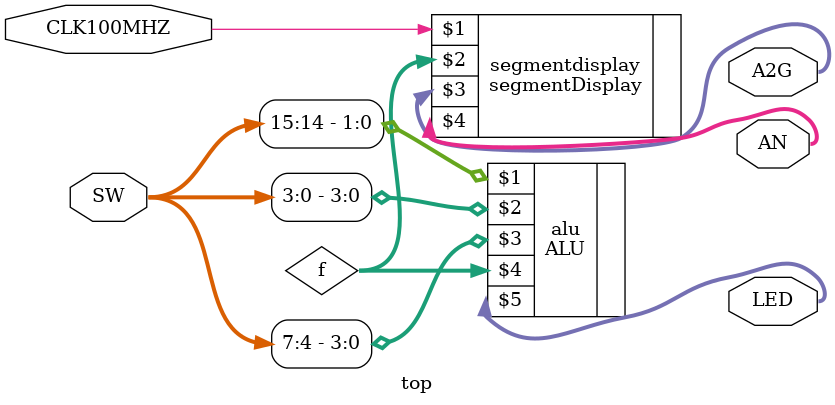
<source format=v>
`timescale 1ns / 1ps


module top(
    input  CLK100MHZ,
    input [15:0]SW,
    output  [6:0] A2G,
    output  [7:0] AN,
    output  [15:0] LED
);
wire [7:0] f;


ALU alu(SW[15:14],SW[3:0], SW[7:4], f, LED);
segmentDisplay segmentdisplay(CLK100MHZ, f, A2G, AN);

 
endmodule

</source>
